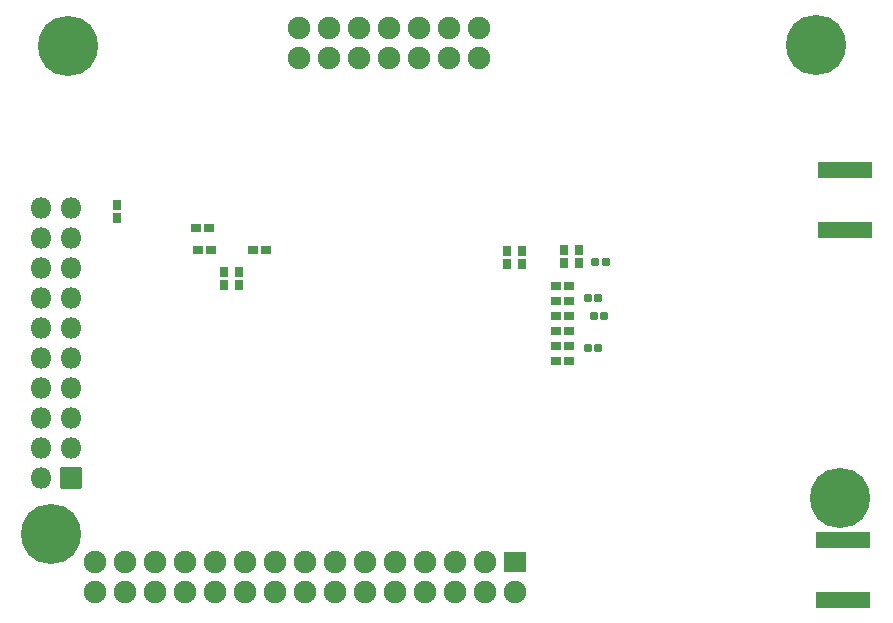
<source format=gbr>
%TF.GenerationSoftware,KiCad,Pcbnew,8.0.6*%
%TF.CreationDate,2024-11-23T19:50:46+06:00*%
%TF.ProjectId,sicomm_slaveboard_BK4819_v2,7369636f-6d6d-45f7-936c-617665626f61,rev?*%
%TF.SameCoordinates,Original*%
%TF.FileFunction,Soldermask,Bot*%
%TF.FilePolarity,Negative*%
%FSLAX46Y46*%
G04 Gerber Fmt 4.6, Leading zero omitted, Abs format (unit mm)*
G04 Created by KiCad (PCBNEW 8.0.6) date 2024-11-23 19:50:46*
%MOMM*%
%LPD*%
G01*
G04 APERTURE LIST*
G04 Aperture macros list*
%AMRoundRect*
0 Rectangle with rounded corners*
0 $1 Rounding radius*
0 $2 $3 $4 $5 $6 $7 $8 $9 X,Y pos of 4 corners*
0 Add a 4 corners polygon primitive as box body*
4,1,4,$2,$3,$4,$5,$6,$7,$8,$9,$2,$3,0*
0 Add four circle primitives for the rounded corners*
1,1,$1+$1,$2,$3*
1,1,$1+$1,$4,$5*
1,1,$1+$1,$6,$7*
1,1,$1+$1,$8,$9*
0 Add four rect primitives between the rounded corners*
20,1,$1+$1,$2,$3,$4,$5,0*
20,1,$1+$1,$4,$5,$6,$7,0*
20,1,$1+$1,$6,$7,$8,$9,0*
20,1,$1+$1,$8,$9,$2,$3,0*%
G04 Aperture macros list end*
%ADD10RoundRect,0.050800X-0.270000X0.395050X-0.270000X-0.395050X0.270000X-0.395050X0.270000X0.395050X0*%
%ADD11RoundRect,0.050800X0.270000X-0.395050X0.270000X0.395050X-0.270000X0.395050X-0.270000X-0.395050X0*%
%ADD12RoundRect,0.050800X0.395050X0.270000X-0.395050X0.270000X-0.395050X-0.270000X0.395050X-0.270000X0*%
%ADD13RoundRect,0.050800X-0.395050X-0.270000X0.395050X-0.270000X0.395050X0.270000X-0.395050X0.270000X0*%
%ADD14RoundRect,0.050800X-0.282850X-0.270000X0.282850X-0.270000X0.282850X0.270000X-0.282850X0.270000X0*%
%ADD15RoundRect,0.050800X-2.250000X0.650000X-2.250000X-0.650000X2.250000X-0.650000X2.250000X0.650000X0*%
%ADD16O,1.901600X1.901600*%
%ADD17O,1.801600X1.801600*%
%ADD18RoundRect,0.050800X0.850000X-0.850000X0.850000X0.850000X-0.850000X0.850000X-0.850000X-0.850000X0*%
%ADD19RoundRect,0.050800X0.900000X0.787400X-0.900000X0.787400X-0.900000X-0.787400X0.900000X-0.787400X0*%
%ADD20O,5.101600X5.101600*%
G04 APERTURE END LIST*
D10*
%TO.C,C2*%
X8255000Y-5640800D03*
X8255000Y-6731000D03*
%TD*%
D11*
%TO.C,C223*%
X-2032000Y-1016000D03*
X-2032000Y74200D03*
%TD*%
D12*
%TO.C,C226*%
X10578100Y-3772900D03*
X9487900Y-3772900D03*
%TD*%
D10*
%TO.C,C229*%
X6985000Y-5640800D03*
X6985000Y-6731000D03*
%TD*%
D12*
%TO.C,C232*%
X5752100Y-1867900D03*
X4661900Y-1867900D03*
%TD*%
%TO.C,C233*%
X5879100Y-3772900D03*
X4788900Y-3772900D03*
%TD*%
D11*
%TO.C,C4*%
X37084000Y-4826000D03*
X37084000Y-3735800D03*
%TD*%
D10*
%TO.C,C5*%
X32258000Y-3862800D03*
X32258000Y-4953000D03*
%TD*%
%TO.C,C215*%
X35814000Y-3735800D03*
X35814000Y-4826000D03*
%TD*%
D11*
%TO.C,C216*%
X30988000Y-4953000D03*
X30988000Y-3862800D03*
%TD*%
D12*
%TO.C,C217*%
X36232100Y-6820900D03*
X35141900Y-6820900D03*
%TD*%
D13*
%TO.C,C218*%
X35141900Y-8090900D03*
X36232100Y-8090900D03*
%TD*%
%TO.C,C219*%
X35141900Y-9360900D03*
X36232100Y-9360900D03*
%TD*%
D12*
%TO.C,C220*%
X36232100Y-10630900D03*
X35141900Y-10630900D03*
%TD*%
%TO.C,C221*%
X36232100Y-13170900D03*
X35141900Y-13170900D03*
%TD*%
D13*
%TO.C,C222*%
X35141900Y-11900900D03*
X36232100Y-11900900D03*
%TD*%
D14*
%TO.C,R111*%
X38429200Y-4788900D03*
X39294800Y-4788900D03*
%TD*%
%TO.C,R112*%
X37794200Y-7836900D03*
X38659800Y-7836900D03*
%TD*%
%TO.C,R113*%
X38302200Y-9360900D03*
X39167800Y-9360900D03*
%TD*%
%TO.C,R114*%
X37794200Y-12027900D03*
X38659800Y-12027900D03*
%TD*%
D15*
%TO.C,LNA_IN*%
X59563000Y3058000D03*
X59563000Y-2042000D03*
%TD*%
%TO.C,ANT*%
X59436000Y-28273700D03*
X59436000Y-33373800D03*
%TD*%
D16*
%TO.C,JP3*%
X13333200Y12481100D03*
X13333200Y15021100D03*
X15873200Y12481100D03*
X15873200Y15021100D03*
X18413200Y12481100D03*
X18413200Y15021100D03*
X20953200Y12481100D03*
X20953200Y15021100D03*
X23493200Y12481100D03*
X23493200Y15021100D03*
X26033200Y12481100D03*
X26033200Y15021100D03*
X28573200Y12481100D03*
X28573200Y15021100D03*
%TD*%
D17*
%TO.C,JP2*%
X-8510800Y-218900D03*
X-5970800Y-218900D03*
X-8510800Y-2758900D03*
X-5970800Y-2758900D03*
X-8510800Y-5298900D03*
X-5970800Y-5298900D03*
X-8510800Y-7838900D03*
X-5970800Y-7838900D03*
X-8510800Y-10378900D03*
X-5970800Y-10378900D03*
X-8510800Y-12918900D03*
X-5970800Y-12918900D03*
X-8510800Y-15458900D03*
X-5970800Y-15458900D03*
X-8510800Y-17998900D03*
X-5970800Y-17998900D03*
X-8510800Y-20538900D03*
X-5970800Y-20538900D03*
X-8510800Y-23078900D03*
D18*
X-5970800Y-23078700D03*
%TD*%
D16*
%TO.C,JP1*%
X-3938800Y-32730900D03*
X-3938800Y-30190900D03*
X-1398800Y-32730900D03*
X-1398800Y-30190900D03*
X1141200Y-32730900D03*
X1141200Y-30190900D03*
X3681200Y-32730900D03*
X3681200Y-30190900D03*
X6221200Y-32730900D03*
X6221200Y-30190900D03*
X8761200Y-32730900D03*
X8761200Y-30190900D03*
X11301200Y-32730900D03*
X11301200Y-30190900D03*
X13841200Y-32730900D03*
X13841200Y-30190900D03*
X16381200Y-32730900D03*
X16381200Y-30190900D03*
X18921200Y-32730900D03*
X18921200Y-30190900D03*
X21461200Y-32730900D03*
X21461200Y-30190900D03*
X24001200Y-32730900D03*
X24001200Y-30190900D03*
X26541200Y-32730900D03*
X26541200Y-30190900D03*
X29081200Y-32730900D03*
X29081200Y-30190900D03*
X31621200Y-32730900D03*
D19*
X31621200Y-30190700D03*
%TD*%
D20*
%TO.C,Pad_gge111627*%
X-6223000Y13499100D03*
%TD*%
%TO.C,Pad_gge189569*%
X57150000Y13589000D03*
%TD*%
%TO.C,Pad_gge290440*%
X59182000Y-24727900D03*
%TD*%
%TO.C,Pad_gge303765*%
X-7620000Y-27813000D03*
%TD*%
M02*

</source>
